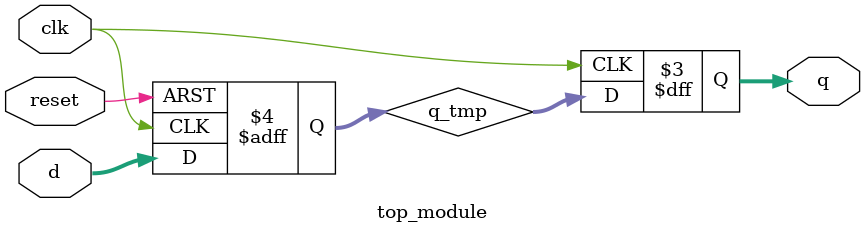
<source format=sv>
module top_module(
	input clk,
	input [7:0] d,
	input reset,
	output reg [7:0] q);
	
	reg [7:0] q_tmp;

	always @(negedge clk or posedge reset) begin
		if (reset)
			q_tmp <= 8'b00110100;
		else
			q_tmp <= d;
	end

	always @(posedge clk) begin
		q <= q_tmp;
	end

endmodule

</source>
